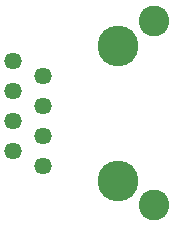
<source format=gbr>
G04 EAGLE Gerber RS-274X export*
G75*
%MOMM*%
%FSLAX34Y34*%
%LPD*%
%INSoldermask Bottom*%
%IPPOS*%
%AMOC8*
5,1,8,0,0,1.08239X$1,22.5*%
G01*
%ADD10C,1.461200*%
%ADD11C,2.603200*%
%ADD12C,3.453200*%


D10*
X882700Y228950D03*
X857300Y241650D03*
X882700Y254350D03*
X857300Y267050D03*
X882700Y279750D03*
X857300Y292450D03*
X882700Y305150D03*
X857300Y317850D03*
D11*
X976700Y195400D03*
X976700Y351400D03*
D12*
X946200Y216250D03*
X946200Y330550D03*
M02*

</source>
